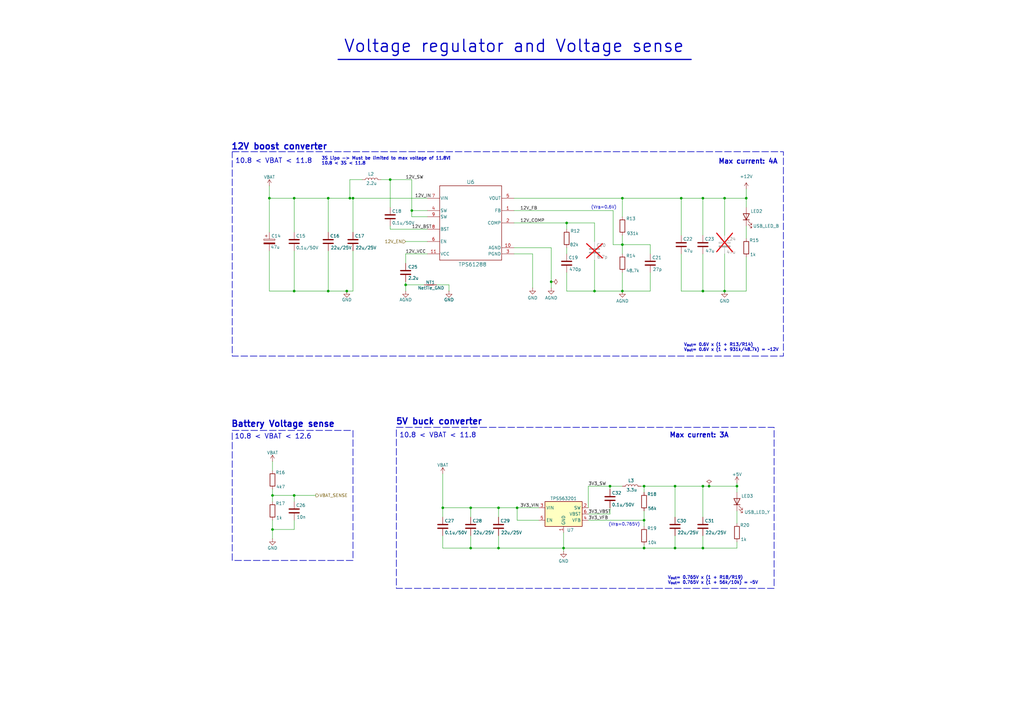
<source format=kicad_sch>
(kicad_sch (version 20250114) (generator "eeschema") (generator_version "9.0")
  (paper "A3")
  (title_block (title "Demon board") (company "Vagarth Gaurav"))
  (lib_symbols
    (symbol "Device:C" (pin_numbers (hide yes)) (pin_names (offset 0.254))
      (property "Reference" "C" (at 0.635 2.54 0))
      (property "Value" "C" (at 0.635 -2.54 0))
      (symbol "C_0_1"
        (polyline (pts (xy -2.032 0.762) (xy 2.032 0.762)) (stroke (width 0.508)))
        (polyline (pts (xy -2.032 -0.762) (xy 2.032 -0.762)) (stroke (width 0.508)))
      )
      (symbol "C_1_1"
        (pin passive line (at 0 3.81 270) (length 2.794) (name "~") (number "1"))
        (pin passive line (at 0 -3.81 90) (length 2.794) (name "~") (number "2"))
      )
    )
    (symbol "Device:C_Polarized" (pin_numbers (hide yes)) (pin_names (offset 0.254))
      (property "Reference" "C" (at 0.635 2.54 0))
      (property "Value" "C_Polarized" (at 0.635 -2.54 0))
      (symbol "C_Polarized_0_1"
        (rectangle (start -2.286 0.508) (end 2.286 1.016))
        (polyline (pts (xy -1.778 2.286) (xy -0.762 2.286)))
        (polyline (pts (xy -1.27 2.794) (xy -1.27 1.778)))
        (rectangle (start 2.286 -0.508) (end -2.286 -1.016) (fill (type outline)))
      )
      (symbol "C_Polarized_1_1"
        (pin passive line (at 0 3.81 270) (length 2.794) (name "~") (number "1"))
        (pin passive line (at 0 -3.81 90) (length 2.794) (name "~") (number "2"))
      )
    )
    (symbol "Device:LED" (pin_numbers (hide yes)) (pin_names (offset 1.016) (hide yes))
      (property "Reference" "D" (at 0 2.54 0))
      (property "Value" "LED" (at 0 -2.54 0))
      (symbol "LED_0_1"
        (polyline (pts (xy -3.048 -0.762) (xy -4.572 -2.286) (xy -3.81 -2.286) (xy -4.572 -2.286) (xy -4.572 -1.524)))
        (polyline (pts (xy -1.778 -0.762) (xy -3.302 -2.286) (xy -2.54 -2.286) (xy -3.302 -2.286) (xy -3.302 -1.524)))
        (polyline (pts (xy -1.27 0) (xy 1.27 0)))
        (polyline (pts (xy -1.27 -1.27) (xy -1.27 1.27)) (stroke (width 0.254)))
        (polyline (pts (xy 1.27 -1.27) (xy 1.27 1.27) (xy -1.27 0) (xy 1.27 -1.27)) (stroke (width 0.254)))
      )
      (symbol "LED_1_1"
        (pin passive line (at -3.81 0 0) (length 2.54) (name "K") (number "1"))
        (pin passive line (at 3.81 0 180) (length 2.54) (name "A") (number "2"))
      )
    )
    (symbol "Device:NetTie_2" (pin_numbers (hide yes)) (pin_names (offset 0) (hide yes)) (in_bom no)
      (property "Reference" "NT" (at 0 1.27 0))
      (property "Value" "NetTie_2" (at 0 -1.27 0))
      (symbol "NetTie_2_0_1"
        (polyline (pts (xy -1.27 0) (xy 1.27 0)) (stroke (width 0.254)))
      )
      (symbol "NetTie_2_1_1"
        (pin passive line (at -2.54 0 0) (length 2.54) (name "1") (number "1"))
        (pin passive line (at 2.54 0 180) (length 2.54) (name "2") (number "2"))
      )
    )
    (symbol "No silk screen devices:L" (pin_numbers (hide yes)) (pin_names (offset 1.016) (hide yes))
      (property "Reference" "L" (at -1.27 0 90))
      (property "Value" "L" (at 1.905 0 90))
      (symbol "L_0_1"
        (arc (start 0 2.54) (mid 0.6323 1.905) (end 0 1.27))
        (arc (start 0 1.27) (mid 0.6323 0.635) (end 0 0))
        (arc (start 0 0) (mid 0.6323 -0.635) (end 0 -1.27))
        (arc (start 0 -1.27) (mid 0.6323 -1.905) (end 0 -2.54))
      )
      (symbol "L_1_1"
        (pin passive line (at 0 3.81 270) (length 1.27) (name "1") (number "1"))
        (pin passive line (at 0 -3.81 90) (length 1.27) (name "2") (number "2"))
      )
    )
    (symbol "No silk screen devices:R" (pin_numbers (hide yes)) (pin_names (offset 0))
      (property "Reference" "R" (at 2.032 0 90))
      (property "Value" "R" (at 0 0 90))
      (symbol "R_0_1"
        (rectangle (start -1.016 -2.54) (end 1.016 2.54) (stroke (width 0.254)))
      )
      (symbol "R_1_1"
        (pin passive line (at 0 3.81 270) (length 1.27) (name "~") (number "1"))
        (pin passive line (at 0 -3.81 90) (length 1.27) (name "~") (number "2"))
      )
    )
    (symbol "Regulator_Switching:TPS563200"
      (property "Reference" "U" (at -7.62 6.35 0))
      (property "Value" "TPS563200" (at -2.54 6.35 0))
      (symbol "TPS563200_0_1"
        (rectangle (start -7.62 5.08) (end 7.62 -5.08) (stroke (width 0.254)) (fill (type background)))
      )
      (symbol "TPS563200_1_1"
        (pin power_in line (at -10.16 2.54 0) (length 2.54) (name "VIN") (number "3"))
        (pin input line (at -10.16 -2.54 0) (length 2.54) (name "EN") (number "5"))
        (pin power_in line (at 0 -7.62 90) (length 2.54) (name "GND") (number "1"))
        (pin output line (at 10.16 2.54 180) (length 2.54) (name "SW") (number "2"))
        (pin passive line (at 10.16 0 180) (length 2.54) (name "VBST") (number "6"))
        (pin input line (at 10.16 -2.54 180) (length 2.54) (name "VFB") (number "4"))
      )
    )
    (symbol "TPS61288:TPS61288" (pin_names (offset 0.254))
      (property "Reference" "U" (at 0 2.54 0))
      (property "Value" "TPS61288" (at 0 0 0))
      (symbol "TPS61288_0_1"
        (polyline (pts (xy 5.08 5.08) (xy 5.08 -25.4)) (stroke (width 0.2032)))
        (polyline (pts (xy 5.08 -25.4) (xy 30.48 -25.4)) (stroke (width 0.2032)))
        (polyline (pts (xy 30.48 5.08) (xy 5.08 5.08)) (stroke (width 0.2032)))
        (polyline (pts (xy 30.48 -25.4) (xy 30.48 5.08)) (stroke (width 0.2032)))
        (pin power_in line (at 0 0 0) (length 5.08) (name "VIN") (number "7"))
        (pin input line (at 0 -17.78 0) (length 5.08) (name "EN") (number "6"))
        (pin power_in line (at 35.56 -22.86 180) (length 5.08) (name "PGND") (number "3"))
      )
      (symbol "TPS61288_1_1"
        (pin passive line (at 0 -5.08 0) (length 5.08) (name "SW") (number "4"))
        (pin passive line (at 0 -7.62 0) (length 5.08) (name "SW") (number "9"))
        (pin passive line (at 0 -12.7 0) (length 5.08) (name "BST") (number "8"))
        (pin passive line (at 0 -22.86 0) (length 5.08) (name "VCC") (number "11"))
        (pin power_out line (at 35.56 0 180) (length 5.08) (name "VOUT") (number "5"))
        (pin passive line (at 35.56 -5.08 180) (length 5.08) (name "FB") (number "1"))
        (pin passive line (at 35.56 -10.16 180) (length 5.08) (name "COMP") (number "2"))
        (pin power_in line (at 35.56 -20.32 180) (length 5.08) (name "AGND") (number "10"))
      )
    )
    (symbol "power:+12V" (power) (pin_numbers (hide yes)) (pin_names (offset 0) (hide yes))
      (property "Value" "+12V" (at 0 3.556 0))
      (symbol "+12V_0_1"
        (polyline (pts (xy -0.762 1.27) (xy 0 2.54)))
        (polyline (pts (xy 0 2.54) (xy 0.762 1.27)))
        (polyline (pts (xy 0 0) (xy 0 2.54)))
      )
      (symbol "+12V_1_1"
        (pin power_in line (at 0 0 90) (length 0) (name "~") (number "1"))
      )
    )
    (symbol "power:+5V" (power) (pin_numbers (hide yes)) (pin_names (offset 0) (hide yes))
      (property "Value" "+5V" (at 0 3.556 0))
      (symbol "+5V_0_1"
        (polyline (pts (xy -0.762 1.27) (xy 0 2.54)))
        (polyline (pts (xy 0 2.54) (xy 0.762 1.27)))
        (polyline (pts (xy 0 0) (xy 0 2.54)))
      )
      (symbol "+5V_1_1"
        (pin power_in line (at 0 0 90) (length 0) (name "~") (number "1"))
      )
    )
    (symbol "power:GND" (power) (pin_numbers (hide yes)) (pin_names (offset 0) (hide yes))
      (property "Value" "GND" (at 0 -3.81 0))
      (symbol "GND_0_1"
        (polyline (pts (xy 0 0) (xy 0 -1.27) (xy 1.27 -1.27) (xy 0 -2.54) (xy -1.27 -1.27) (xy 0 -1.27)))
      )
      (symbol "GND_1_1"
        (pin power_in line (at 0 0 270) (length 0) (name "~") (number "1"))
      )
    )
    (symbol "power:PWR_FLAG" (power) (pin_numbers (hide yes)) (pin_names (offset 0) (hide yes))
      (property "Value" "PWR_FLAG" (at 0 3.81 0))
      (symbol "PWR_FLAG_0_0"
        (pin power_out line (at 0 0 90) (length 0) (name "~") (number "1"))
      )
      (symbol "PWR_FLAG_0_1"
        (polyline (pts (xy 0 0) (xy 0 1.27) (xy -1.016 1.905) (xy 0 2.54) (xy 1.016 1.905) (xy 0 1.27)))
      )
    )
    (symbol "power:VAA" (power) (pin_numbers (hide yes)) (pin_names (offset 0) (hide yes))
      (property "Value" "VAA" (at 0 3.556 0))
      (symbol "VAA_0_1"
        (polyline (pts (xy -0.762 1.27) (xy 0 2.54)))
        (polyline (pts (xy 0 2.54) (xy 0.762 1.27)))
        (polyline (pts (xy 0 0) (xy 0 2.54)))
      )
      (symbol "VAA_1_1"
        (pin power_in line (at 0 0 90) (length 0) (name "~") (number "1"))
      )
    )
  )
  (rectangle (start 162.56 175.26) (end 317.5 241.3) (stroke (width 0.254) (type dash)))
  (rectangle (start 95.25 62.23) (end 321.31 146.05) (stroke (width 0.254) (type dash)))
  (rectangle (start 95.25 176.53) (end 144.78 229.87) (stroke (width 0.254) (type dash)))
  (text "Battery Voltage sense" (at 116.078 173.99 0) (effects (font (size 2.54 2.54) (thickness 0.508) (bold yes))))
  (text "10.8 < VBAT < 11.8" (at 179.578 178.562 0) (effects (font (size 2 2) (thickness 0.254) (bold yes))))
  (text "10.8 < VBAT < 11.8" (at 112.268 66.04 0) (effects (font (size 2 2) (thickness 0.254) (bold yes))))
  (text "Max current: 3A" (at 286.766 178.562 0) (effects (font (size 2 2) (thickness 0.4) (bold yes))))
  (text "Voltage regulator and Voltage sense" (at 210.82 19.05 0) (effects (font (size 5 5) (thickness 0.508) (bold yes))))
  (text "Max current: 4A" (at 306.832 66.294 0) (effects (font (size 2 2) (thickness 0.4) (bold yes))))
  (text "3S Lipo -> Must be limited to max voltage of 11.8V!\n10.8 < 3S < 11.8" (at 131.826 66.04 0) (effects (font (size 1.27 1.27) (thickness 0.254) (bold yes)) (justify left)))
  (text "5V buck converter" (at 180.086 172.974 0) (effects (font (size 2.54 2.54) (thickness 0.508) (bold yes))))
  (text "(V_{FB}=0.6V)" (at 247.65 85.09 0) (effects (font (size 1.27 1.27))))
  (text "(V_{FB}=0.765V)" (at 256.032 215.138 0) (effects (font (size 1.27 1.27))))
  (text "V_{out}= 0.6V x (1 + R13/R14)\nV_{out}= 0.6V x (1 + 931k/48.7k) = ~12V" (at 280.416 142.494 0) (effects (font (size 1.27 1.27) (thickness 0.254) (bold yes)) (justify left)))
  (text "10.8 < VBAT < 12.6" (at 112.014 179.07 0) (effects (font (size 2 2) (thickness 0.254) (bold yes))))
  (text "V_{out}= 0.765V x (1 + R18/R19)\nV_{out}= 0.765V x (1 + 56k/10k) = ~5V" (at 273.812 237.998 0) (effects (font (size 1.27 1.27) (thickness 0.254) (bold yes)) (justify left)))
  (text "12V boost converter" (at 114.554 60.198 0) (effects (font (size 2.54 2.54) (thickness 0.508) (bold yes))))
  (junction (at 243.84 119.38))
  (junction (at 120.65 81.28))
  (junction (at 276.86 199.39))
  (junction (at 144.78 81.28))
  (junction (at 204.47 224.79))
  (junction (at 134.62 119.38))
  (junction (at 168.91 86.36))
  (junction (at 276.86 224.79))
  (junction (at 232.41 91.44))
  (junction (at 193.04 224.79))
  (junction (at 290.83 199.39))
  (junction (at 181.61 208.28))
  (junction (at 264.16 224.79))
  (junction (at 134.62 81.28))
  (junction (at 297.18 81.28))
  (junction (at 231.14 224.79))
  (junction (at 111.76 203.2))
  (junction (at 143.51 81.28))
  (junction (at 250.19 199.39))
  (junction (at 288.29 199.39))
  (junction (at 212.09 208.28))
  (junction (at 193.04 208.28))
  (junction (at 264.16 199.39))
  (junction (at 302.26 199.39))
  (junction (at 288.29 224.79))
  (junction (at 255.27 119.38))
  (junction (at 255.27 81.28))
  (junction (at 255.27 100.33))
  (junction (at 264.16 213.36))
  (junction (at 160.02 73.66))
  (junction (at 110.49 81.28))
  (junction (at 204.47 208.28))
  (junction (at 120.65 119.38))
  (junction (at 111.76 217.17))
  (junction (at 226.06 115.57))
  (junction (at 166.37 116.84))
  (junction (at 288.29 81.28))
  (junction (at 306.07 81.28))
  (junction (at 297.18 119.38))
  (junction (at 279.4 81.28))
  (junction (at 142.24 119.38))
  (junction (at 120.65 203.2))
  (junction (at 288.29 119.38))
  (wire (pts (xy 290.83 199.39) (xy 288.29 199.39)))
  (wire (pts (xy 144.78 119.38) (xy 142.24 119.38)))
  (wire (pts (xy 111.76 213.36) (xy 111.76 217.17)))
  (wire (pts (xy 264.16 223.52) (xy 264.16 224.79)))
  (wire (pts (xy 297.18 104.14) (xy 297.18 119.38)))
  (wire (pts (xy 143.51 73.66) (xy 143.51 81.28)))
  (wire (pts (xy 232.41 101.6) (xy 232.41 104.14)))
  (wire (pts (xy 266.7 119.38) (xy 255.27 119.38)))
  (wire (pts (xy 302.26 199.39) (xy 290.83 199.39)))
  (wire (pts (xy 184.15 119.38) (xy 184.15 116.84)))
  (wire (pts (xy 302.26 222.25) (xy 302.26 224.79)))
  (wire (pts (xy 251.46 100.33) (xy 255.27 100.33)))
  (wire (pts (xy 243.84 106.68) (xy 243.84 119.38)))
  (wire (pts (xy 232.41 91.44) (xy 232.41 93.98)))
  (wire (pts (xy 166.37 115.57) (xy 166.37 116.84)))
  (wire (pts (xy 111.76 189.23) (xy 111.76 193.04)))
  (wire (pts (xy 166.37 104.14) (xy 166.37 107.95)))
  (wire (pts (xy 204.47 224.79) (xy 231.14 224.79)))
  (wire (pts (xy 160.02 93.98) (xy 175.26 93.98)))
  (wire (pts (xy 241.3 213.36) (xy 264.16 213.36)))
  (wire (pts (xy 302.26 209.55) (xy 302.26 214.63)))
  (wire (pts (xy 264.16 224.79) (xy 231.14 224.79)))
  (wire (pts (xy 181.61 224.79) (xy 193.04 224.79)))
  (wire (pts (xy 120.65 102.87) (xy 120.65 119.38)))
  (polyline (pts (xy 138.684 24.384) (xy 283.464 24.384)) (stroke (width 0.508) (type solid)))
  (wire (pts (xy 175.26 104.14) (xy 166.37 104.14)))
  (wire (pts (xy 168.91 86.36) (xy 175.26 86.36)))
  (wire (pts (xy 232.41 111.76) (xy 232.41 119.38)))
  (wire (pts (xy 144.78 81.28) (xy 175.26 81.28)))
  (wire (pts (xy 255.27 81.28) (xy 279.4 81.28)))
  (wire (pts (xy 255.27 96.52) (xy 255.27 100.33)))
  (wire (pts (xy 120.65 81.28) (xy 134.62 81.28)))
  (wire (pts (xy 264.16 199.39) (xy 264.16 201.93)))
  (wire (pts (xy 288.29 219.71) (xy 288.29 224.79)))
  (wire (pts (xy 120.65 81.28) (xy 120.65 95.25)))
  (wire (pts (xy 110.49 119.38) (xy 120.65 119.38)))
  (wire (pts (xy 279.4 81.28) (xy 279.4 96.52)))
  (wire (pts (xy 160.02 73.66) (xy 168.91 73.66)))
  (wire (pts (xy 288.29 199.39) (xy 288.29 212.09)))
  (wire (pts (xy 288.29 96.52) (xy 288.29 81.28)))
  (wire (pts (xy 231.14 224.79) (xy 231.14 226.06)))
  (wire (pts (xy 243.84 119.38) (xy 255.27 119.38)))
  (wire (pts (xy 181.61 208.28) (xy 193.04 208.28)))
  (wire (pts (xy 306.07 81.28) (xy 306.07 85.09)))
  (wire (pts (xy 134.62 81.28) (xy 143.51 81.28)))
  (wire (pts (xy 210.82 104.14) (xy 218.44 104.14)))
  (wire (pts (xy 120.65 205.74) (xy 120.65 203.2)))
  (wire (pts (xy 210.82 81.28) (xy 255.27 81.28)))
  (wire (pts (xy 226.06 115.57) (xy 226.06 118.11)))
  (wire (pts (xy 204.47 219.71) (xy 204.47 224.79)))
  (wire (pts (xy 193.04 208.28) (xy 204.47 208.28)))
  (wire (pts (xy 193.04 208.28) (xy 193.04 212.09)))
  (wire (pts (xy 306.07 105.41) (xy 306.07 119.38)))
  (wire (pts (xy 204.47 208.28) (xy 204.47 212.09)))
  (wire (pts (xy 134.62 95.25) (xy 134.62 81.28)))
  (wire (pts (xy 212.09 213.36) (xy 220.98 213.36)))
  (wire (pts (xy 232.41 119.38) (xy 243.84 119.38)))
  (wire (pts (xy 264.16 199.39) (xy 276.86 199.39)))
  (wire (pts (xy 110.49 76.2) (xy 110.49 81.28)))
  (wire (pts (xy 181.61 194.31) (xy 181.61 208.28)))
  (wire (pts (xy 276.86 219.71) (xy 276.86 224.79)))
  (wire (pts (xy 134.62 119.38) (xy 142.24 119.38)))
  (wire (pts (xy 160.02 73.66) (xy 160.02 85.09)))
  (wire (pts (xy 120.65 213.36) (xy 120.65 217.17)))
  (wire (pts (xy 110.49 81.28) (xy 120.65 81.28)))
  (wire (pts (xy 166.37 99.06) (xy 175.26 99.06)))
  (wire (pts (xy 251.46 86.36) (xy 251.46 100.33)))
  (wire (pts (xy 279.4 104.14) (xy 279.4 119.38)))
  (wire (pts (xy 250.19 199.39) (xy 250.19 200.66)))
  (wire (pts (xy 276.86 224.79) (xy 288.29 224.79)))
  (wire (pts (xy 276.86 224.79) (xy 264.16 224.79)))
  (wire (pts (xy 181.61 219.71) (xy 181.61 224.79)))
  (wire (pts (xy 302.26 198.12) (xy 302.26 199.39)))
  (wire (pts (xy 179.07 116.84) (xy 184.15 116.84)))
  (wire (pts (xy 148.59 73.66) (xy 143.51 73.66)))
  (wire (pts (xy 241.3 210.82) (xy 250.19 210.82)))
  (wire (pts (xy 255.27 81.28) (xy 255.27 88.9)))
  (wire (pts (xy 250.19 199.39) (xy 255.27 199.39)))
  (wire (pts (xy 279.4 119.38) (xy 288.29 119.38)))
  (wire (pts (xy 255.27 100.33) (xy 255.27 104.14)))
  (wire (pts (xy 243.84 99.06) (xy 243.84 91.44)))
  (wire (pts (xy 266.7 111.76) (xy 266.7 119.38)))
  (wire (pts (xy 204.47 208.28) (xy 212.09 208.28)))
  (wire (pts (xy 255.27 111.76) (xy 255.27 119.38)))
  (wire (pts (xy 297.18 81.28) (xy 306.07 81.28)))
  (wire (pts (xy 144.78 81.28) (xy 144.78 95.25)))
  (wire (pts (xy 266.7 100.33) (xy 255.27 100.33)))
  (wire (pts (xy 231.14 218.44) (xy 231.14 224.79)))
  (wire (pts (xy 241.3 208.28) (xy 241.3 199.39)))
  (wire (pts (xy 120.65 203.2) (xy 129.54 203.2)))
  (wire (pts (xy 262.89 199.39) (xy 264.16 199.39)))
  (wire (pts (xy 111.76 217.17) (xy 111.76 220.98)))
  (wire (pts (xy 193.04 224.79) (xy 204.47 224.79)))
  (wire (pts (xy 279.4 81.28) (xy 288.29 81.28)))
  (wire (pts (xy 264.16 209.55) (xy 264.16 213.36)))
  (wire (pts (xy 306.07 92.71) (xy 306.07 97.79)))
  (wire (pts (xy 226.06 101.6) (xy 226.06 115.57)))
  (wire (pts (xy 218.44 104.14) (xy 218.44 118.11)))
  (wire (pts (xy 266.7 104.14) (xy 266.7 100.33)))
  (wire (pts (xy 111.76 200.66) (xy 111.76 203.2)))
  (wire (pts (xy 120.65 217.17) (xy 111.76 217.17)))
  (wire (pts (xy 288.29 224.79) (xy 302.26 224.79)))
  (wire (pts (xy 144.78 102.87) (xy 144.78 119.38)))
  (wire (pts (xy 241.3 199.39) (xy 250.19 199.39)))
  (wire (pts (xy 210.82 101.6) (xy 226.06 101.6)))
  (wire (pts (xy 297.18 119.38) (xy 306.07 119.38)))
  (wire (pts (xy 212.09 208.28) (xy 220.98 208.28)))
  (wire (pts (xy 168.91 86.36) (xy 168.91 88.9)))
  (wire (pts (xy 120.65 203.2) (xy 111.76 203.2)))
  (wire (pts (xy 243.84 91.44) (xy 232.41 91.44)))
  (wire (pts (xy 134.62 102.87) (xy 134.62 119.38)))
  (wire (pts (xy 212.09 208.28) (xy 212.09 213.36)))
  (wire (pts (xy 160.02 73.66) (xy 156.21 73.66)))
  (wire (pts (xy 302.26 199.39) (xy 302.26 201.93)))
  (wire (pts (xy 210.82 86.36) (xy 251.46 86.36)))
  (wire (pts (xy 111.76 203.2) (xy 111.76 205.74)))
  (wire (pts (xy 193.04 219.71) (xy 193.04 224.79)))
  (wire (pts (xy 288.29 81.28) (xy 297.18 81.28)))
  (wire (pts (xy 168.91 73.66) (xy 168.91 86.36)))
  (wire (pts (xy 120.65 119.38) (xy 134.62 119.38)))
  (wire (pts (xy 166.37 116.84) (xy 173.99 116.84)))
  (wire (pts (xy 143.51 81.28) (xy 144.78 81.28)))
  (wire (pts (xy 110.49 95.25) (xy 110.49 81.28)))
  (wire (pts (xy 276.86 199.39) (xy 288.29 199.39)))
  (wire (pts (xy 250.19 210.82) (xy 250.19 208.28)))
  (wire (pts (xy 210.82 91.44) (xy 232.41 91.44)))
  (wire (pts (xy 297.18 81.28) (xy 297.18 96.52)))
  (wire (pts (xy 181.61 212.09) (xy 181.61 208.28)))
  (wire (pts (xy 160.02 92.71) (xy 160.02 93.98)))
  (wire (pts (xy 264.16 213.36) (xy 264.16 215.9)))
  (wire (pts (xy 288.29 119.38) (xy 297.18 119.38)))
  (wire (pts (xy 288.29 104.14) (xy 288.29 119.38)))
  (wire (pts (xy 110.49 102.87) (xy 110.49 119.38)))
  (wire (pts (xy 175.26 88.9) (xy 168.91 88.9)))
  (wire (pts (xy 306.07 77.47) (xy 306.07 81.28)))
  (wire (pts (xy 276.86 199.39) (xy 276.86 212.09)))
  (wire (pts (xy 166.37 116.84) (xy 166.37 119.38)))
  (label "3V3_SW" (at 241.3 199.39 0) (effects (font (thickness 0.1588))))
  (label "12V_BST" (at 168.91 93.98 0))
  (label "12V_VCC" (at 166.37 104.14 0))
  (label "12V_IN" (at 170.18 81.28 0))
  (label "12V_SW" (at 166.37 73.66 0))
  (label "3V3_VFB" (at 241.3 213.36 0) (effects (font (thickness 0.1588))))
  (label "3V3_VBST" (at 241.3 210.82 0) (effects (font (thickness 0.1588))))
  (label "12V_COMP" (at 213.36 91.44 0))
  (label "12V_FB" (at 213.36 86.36 0))
  (label "3V3_VIN" (at 213.36 208.28 0) (effects (font (thickness 0.1588))))
  (hierarchical_label "VBAT_SENSE" (shape output) (at 129.54 203.2 0))
  (hierarchical_label "12V_EN" (shape input) (at 166.37 99.06 180))
  (symbol (lib_id "Regulator_Switching:TPS563200") (at 231.14 210.82 0) (unit 1)
    (property "Reference" "U7" (at 233.934 217.424 0))
    (property "Value" "TPS563201" (at 231.14 204.47 0))
    (property "Footprint" "Package_TO_SOT_SMD:SOT-23-6" (effects (hide yes)))
    (property "Datasheet" "http://www.ti.com/lit/ds/symlink/tps563200.pdf" (effects (hide yes)))
    (property "Description" "3A Synchronous Step-Down Voltage Regulator, Adjustable Output Voltage, 4.5-17V Input Voltage, SOT-23-6" (effects (hide yes)))
  )
  (symbol (lib_id "Device:C") (at 232.41 107.95 0) (unit 1)
    (property "Reference" "C19" (at 233.172 105.664 0) (effects (justify left)))
    (property "Value" "470p" (at 233.426 110.49 0) (effects (justify left)))
    (property "Footprint" "No Silkscreen:C_0402_1005Metric" (effects (hide yes)))
    (property "Description" "Unpolarized capacitor" (effects (hide yes)))
  )
  (symbol (lib_id "Device:C") (at 266.7 107.95 0) (unit 1)
    (property "Reference" "C21" (at 267.462 105.664 0) (effects (justify left)))
    (property "Value" "27p" (at 267.716 110.49 0) (effects (justify left)))
    (property "Footprint" "No Silkscreen:C_0402_1005Metric" (effects (hide yes)))
    (property "Description" "Unpolarized capacitor" (effects (hide yes)))
  )
  (symbol (lib_id "Device:C") (at 144.78 99.06 0) (unit 1)
    (property "Reference" "C17" (at 145.542 96.774 0) (effects (justify left)))
    (property "Value" "22u/25V" (at 145.796 101.6 0) (effects (justify left)))
    (property "Footprint" "No Silkscreen:C_0805_2012Metric" (effects (hide yes)))
    (property "Datasheet" "https://product.samsungsem.com/mlcc/CL21A226MAYNNN.do" (effects (hide yes)))
    (property "Description" "CL21A226MAYNNNE" (effects (hide yes)))
  )
  (symbol (lib_id "Device:C") (at 276.86 215.9 0) (unit 1)
    (property "Reference" "C30" (at 277.622 213.614 0) (effects (justify left)))
    (property "Value" "22u/25V" (at 277.876 218.44 0) (effects (justify left)))
    (property "Footprint" "No Silkscreen:C_0805_2012Metric" (effects (hide yes)))
    (property "Description" "Unpolarized capacitor" (effects (hide yes)))
  )
  (symbol (lib_id "power:GND") (at 142.24 119.38 0) (unit 1)
    (property "Reference" "#PWR042" (effects (hide yes)))
    (property "Value" "GND" (at 142.24 122.936 0))
    (property "Description" "Power symbol creates a global label with name \"GND\" , ground" (effects (hide yes)))
  )
  (symbol (lib_id "Device:C") (at 166.37 111.76 0) (unit 1)
    (property "Reference" "C25" (at 167.386 109.474 0) (effects (justify left)))
    (property "Value" "2.2u" (at 167.386 114.046 0) (effects (justify left)))
    (property "Footprint" "No Silkscreen:C_0603_1608Metric" (effects (hide yes)))
    (property "Description" "Unpolarized capacitor" (effects (hide yes)))
  )
  (symbol (lib_id "No silk screen devices:R") (at 302.26 218.44 0) (unit 1)
    (property "Reference" "R20" (at 303.53 215.392 0) (effects (justify left)))
    (property "Value" "1k" (at 303.784 221.234 0) (effects (justify left)))
    (property "Footprint" "No Silkscreen:R_0402_1005Metric" (effects (hide yes)))
    (property "Description" "Resistor" (effects (hide yes)))
  )
  (symbol (lib_id "power:GND") (at 111.76 220.98 0) (unit 1)
    (property "Reference" "#PWR048" (effects (hide yes)))
    (property "Value" "GND" (at 111.76 224.79 0))
    (property "Description" "Power symbol creates a global label with name \"GND\" , ground" (effects (hide yes)))
  )
  (symbol (lib_id "power:+5V") (at 302.26 198.12 0) (unit 1)
    (property "Reference" "#PWR05" (effects (hide yes)))
    (property "Value" "+5V" (at 302.26 194.564 0))
    (property "Description" "Power symbol creates a global label with name \"+5V\"" (effects (hide yes)))
  )
  (symbol (lib_id "Device:C") (at 193.04 215.9 0) (unit 1)
    (property "Reference" "C28" (at 193.802 213.614 0) (effects (justify left)))
    (property "Value" "22u/25V" (at 194.056 218.44 0) (effects (justify left)))
    (property "Footprint" "No Silkscreen:C_0805_2012Metric" (effects (hide yes)))
    (property "Datasheet" "https://product.samsungsem.com/mlcc/CL21A226MAYNNN.do" (effects (hide yes)))
    (property "Description" "CL21A226MAYNNNE" (effects (hide yes)))
  )
  (symbol (lib_id "No silk screen devices:R") (at 264.16 205.74 180) (unit 1)
    (property "Reference" "R18" (at 265.43 202.692 0) (effects (justify right)))
    (property "Value" "56k" (at 265.684 208.534 0) (effects (justify right)))
    (property "Footprint" "No Silkscreen:R_0402_1005Metric" (effects (hide yes)))
    (property "Description" "Resistor" (effects (hide yes)))
  )
  (symbol (lib_id "Device:C") (at 204.47 215.9 0) (unit 1)
    (property "Reference" "C29" (at 205.232 213.614 0) (effects (justify left)))
    (property "Value" "22u/25V" (at 205.486 218.44 0) (effects (justify left)))
    (property "Footprint" "No Silkscreen:C_0805_2012Metric" (effects (hide yes)))
    (property "Datasheet" "https://product.samsungsem.com/mlcc/CL21A226MAYNNN.do" (effects (hide yes)))
    (property "Description" "CL21A226MAYNNNE" (effects (hide yes)))
  )
  (symbol (lib_id "power:GND") (at 231.14 226.06 0) (unit 1)
    (property "Reference" "#PWR08" (effects (hide yes)))
    (property "Value" "GND" (at 231.14 230.124 0))
    (property "Description" "Power symbol creates a global label with name \"GND\" , ground" (effects (hide yes)))
  )
  (symbol (lib_id "Device:LED") (at 302.26 205.74 90) (unit 1)
    (property "Reference" "LED3" (at 304.038 203.454 90) (effects (justify right)))
    (property "Value" "USB_LED_Y" (at 305.308 210.058 90) (effects (justify right)))
    (property "Footprint" "LED_SMD:LED_0402_1005Metric" (effects (hide yes)))
    (property "Description" "Light emitting diode" (effects (hide yes)))
    (property "Sim.Pins" "1=K 2=A" (effects (hide yes)))
  )
  (symbol (lib_id "power:VAA") (at 181.61 194.31 0) (unit 1)
    (property "Reference" "#PWR09" (effects (hide yes)))
    (property "Value" "VBAT" (at 181.61 190.754 0))
    (property "Description" "Power symbol creates a global label with name \"VAA\"" (effects (hide yes)))
  )
  (symbol (lib_id "No silk screen devices:R") (at 232.41 97.79 180) (unit 1)
    (property "Reference" "R12" (at 233.934 94.742 0) (effects (justify right)))
    (property "Value" "82k" (at 233.68 100.33 0) (effects (justify right)))
    (property "Footprint" "No Silkscreen:R_0402_1005Metric" (effects (hide yes)))
    (property "Description" "Resistor" (effects (hide yes)))
  )
  (symbol (lib_id "Device:C") (at 120.65 209.55 0) (unit 1)
    (property "Reference" "C26" (at 121.412 207.264 0) (effects (justify left)))
    (property "Value" "10n" (at 121.666 212.09 0) (effects (justify left)))
    (property "Footprint" "No Silkscreen:C_0402_1005Metric" (effects (hide yes)))
    (property "Description" "Unpolarized capacitor" (effects (hide yes)))
  )
  (symbol (lib_id "No silk screen devices:L") (at 152.4 73.66 90) (unit 1)
    (property "Reference" "L2" (at 152.146 71.374 90))
    (property "Value" "2.2u" (at 152.4 75.184 90))
    (property "Footprint" "SPM6530T-2R2M:SPM6530" (effects (hide yes)))
    (property "Description" "Inductor" (effects (hide yes)))
  )
  (symbol (lib_id "power:PWR_FLAG") (at 290.83 199.39 0) (unit 1)
    (property "Reference" "#FLG01" (effects (hide yes)))
    (property "Value" "PWR_FLAG" (effects (hide yes)))
    (property "Description" "Special symbol for telling ERC where power comes from" (effects (hide yes)))
  )
  (symbol (lib_id "Device:C") (at 279.4 100.33 0) (unit 1)
    (property "Reference" "C22" (at 280.162 98.044 0) (effects (justify left)))
    (property "Value" "47u" (at 280.416 102.87 0) (effects (justify left)))
    (property "Footprint" "No Silkscreen:C_1210_3225Metric" (effects (hide yes)))
    (property "Description" "Unpolarized capacitor" (effects (hide yes)))
  )
  (symbol (lib_id "power:GND") (at 184.15 119.38 0) (unit 1)
    (property "Reference" "#PWR044" (effects (hide yes)))
    (property "Value" "GND" (at 184.15 122.936 0))
    (property "Description" "Power symbol creates a global label with name \"GND\" , ground" (effects (hide yes)))
  )
  (symbol (lib_id "power:GND") (at 226.06 118.11 0) (unit 1)
    (property "Reference" "#PWR041" (effects (hide yes)))
    (property "Value" "AGND" (at 226.06 122.174 0))
    (property "Description" "Power symbol creates a global label with name \"GND\" , ground" (effects (hide yes)))
  )
  (symbol (lib_id "power:GND") (at 255.27 119.38 0) (unit 1)
    (property "Reference" "#PWR045" (effects (hide yes)))
    (property "Value" "AGND" (at 255.27 123.444 0))
    (property "Description" "Power symbol creates a global label with name \"GND\" , ground" (effects (hide yes)))
  )
  (symbol (lib_id "Device:LED") (at 306.07 88.9 90) (unit 1)
    (property "Reference" "LED2" (at 307.848 86.614 90) (effects (justify right)))
    (property "Value" "USB_LED_B" (at 308.864 92.71 90) (effects (justify right)))
    (property "Footprint" "LED_SMD:LED_0402_1005Metric" (effects (hide yes)))
    (property "Description" "Light emitting diode" (effects (hide yes)))
    (property "Sim.Pins" "1=K 2=A" (effects (hide yes)))
  )
  (symbol (lib_id "No silk screen devices:R") (at 255.27 92.71 180) (unit 1)
    (property "Reference" "R13" (at 256.794 89.662 0) (effects (justify right)))
    (property "Value" "931k" (at 257.048 95.758 0) (effects (justify right)))
    (property "Footprint" "No Silkscreen:R_0402_1005Metric" (effects (hide yes)))
    (property "Description" "Resistor" (effects (hide yes)))
  )
  (symbol (lib_id "Device:C") (at 288.29 215.9 0) (unit 1)
    (property "Reference" "C31" (at 289.052 213.614 0) (effects (justify left)))
    (property "Value" "22u/25V" (at 289.306 218.44 0) (effects (justify left)))
    (property "Footprint" "No Silkscreen:C_0805_2012Metric" (effects (hide yes)))
    (property "Description" "Unpolarized capacitor" (effects (hide yes)))
  )
  (symbol (lib_id "No silk screen devices:R") (at 255.27 107.95 0) (unit 1)
    (property "Reference" "R14" (at 256.794 104.902 0) (effects (justify left)))
    (property "Value" "48.7k" (at 256.794 110.998 0) (effects (justify left)))
    (property "Footprint" "No Silkscreen:R_0402_1005Metric" (effects (hide yes)))
    (property "Description" "Resistor" (effects (hide yes)))
  )
  (symbol (lib_id "Device:NetTie_2") (at 176.53 116.84 0) (unit 1) (in_bom no)
    (property "Reference" "NT1" (at 176.53 115.824 0))
    (property "Value" "NetTie_GND" (at 176.784 118.11 0))
    (property "Footprint" "NetTie:NetTie-2_SMD_Pad0.5mm" (effects (hide yes)))
    (property "Description" "Net tie, 2 pins" (effects (hide yes)))
  )
  (symbol (lib_id "Device:C_Polarized") (at 110.49 99.06 0) (unit 1)
    (property "Reference" "C14" (at 111.252 96.774 0) (effects (justify left)))
    (property "Value" "47u" (at 110.998 101.346 0) (effects (justify left)))
    (property "Footprint" "Capacitor_SMD:CP_Elec_6.3x7.7" (effects (hide yes)))
    (property "Description" "Polarized capacitor" (effects (hide yes)))
  )
  (symbol (lib_id "Device:C") (at 181.61 215.9 0) (unit 1)
    (property "Reference" "C27" (at 182.372 213.614 0) (effects (justify left)))
    (property "Value" "0.1u/50V" (at 182.372 218.44 0) (effects (justify left)))
    (property "Footprint" "No Silkscreen:C_0603_1608Metric" (effects (hide yes)))
    (property "Description" "Unpolarized capacitor" (effects (hide yes)))
  )
  (symbol (lib_id "No silk screen devices:R") (at 306.07 101.6 0) (unit 1)
    (property "Reference" "R15" (at 307.34 98.552 0) (effects (justify left)))
    (property "Value" "1k" (at 307.594 104.394 0) (effects (justify left)))
    (property "Footprint" "No Silkscreen:R_0402_1005Metric" (effects (hide yes)))
    (property "Description" "Resistor" (effects (hide yes)))
  )
  (symbol (lib_id "No silk screen devices:R") (at 111.76 209.55 0) (unit 1)
    (property "Reference" "R17" (at 113.03 206.502 0) (effects (justify left)))
    (property "Value" "1k" (at 113.284 212.344 0) (effects (justify left)))
    (property "Footprint" "No Silkscreen:R_0402_1005Metric" (effects (hide yes)))
    (property "Description" "Resistor" (effects (hide yes)))
  )
  (symbol (lib_id "No silk screen devices:L") (at 259.08 199.39 90) (unit 1)
    (property "Reference" "L3" (at 258.826 197.104 90))
    (property "Value" "3.3u" (at 259.08 200.914 90))
    (property "Footprint" "Inductor_SMD:L_APV_APH0530" (effects (hide yes)))
    (property "Description" "Inductor" (effects (hide yes)))
  )
  (symbol (lib_id "Device:C_Polarized") (at 297.18 100.33 0) (unit 1) (dnp yes)
    (property "Reference" "C24" (at 297.942 98.044 0) (effects (justify left)))
    (property "Value" "47u" (at 297.942 103.378 0) (effects (justify left)))
    (property "Footprint" "Capacitor_SMD:CP_Elec_6.3x7.7" (effects (hide yes)))
    (property "Description" "Polarized capacitor" (effects (hide yes)))
  )
  (symbol (lib_id "Device:C") (at 160.02 88.9 0) (unit 1)
    (property "Reference" "C18" (at 160.782 86.614 0) (effects (justify left)))
    (property "Value" "0.1u/50V" (at 160.782 91.44 0) (effects (justify left)))
    (property "Footprint" "No Silkscreen:C_0603_1608Metric" (effects (hide yes)))
    (property "Description" "Unpolarized capacitor" (effects (hide yes)))
  )
  (symbol (lib_id "No silk screen devices:R") (at 111.76 196.85 0) (unit 1)
    (property "Reference" "R16" (at 113.03 193.802 0) (effects (justify left)))
    (property "Value" "4k7" (at 113.284 199.644 0) (effects (justify left)))
    (property "Footprint" "No Silkscreen:R_0402_1005Metric" (effects (hide yes)))
    (property "Description" "Resistor" (effects (hide yes)))
  )
  (symbol (lib_id "power:VAA") (at 111.76 189.23 0) (unit 1)
    (property "Reference" "#PWR047" (effects (hide yes)))
    (property "Value" "VBAT" (at 111.76 185.674 0))
    (property "Description" "Power symbol creates a global label with name \"VAA\"" (effects (hide yes)))
  )
  (symbol (lib_id "TPS61288:TPS61288") (at 175.26 81.28 0) (unit 1)
    (property "Reference" "U6" (at 193.04 74.676 0) (effects (font (size 1.524 1.524))))
    (property "Value" "TPS61288" (at 193.802 108.458 0) (effects (font (size 1.524 1.524))))
    (property "Footprint" "TPS61288:TPS61288" (effects (hide yes)))
    (property "Datasheet" "https://www.ti.com/lit/gpn/tps61288" (effects (hide yes)))
  )
  (symbol (lib_id "No silk screen devices:R") (at 264.16 219.71 180) (unit 1)
    (property "Reference" "R19" (at 265.43 216.662 0) (effects (justify right)))
    (property "Value" "10k" (at 265.684 222.504 0) (effects (justify right)))
    (property "Footprint" "No Silkscreen:R_0402_1005Metric" (effects (hide yes)))
    (property "Description" "Resistor" (effects (hide yes)))
  )
  (symbol (lib_id "power:PWR_FLAG") (at 226.06 115.57 270) (unit 1)
    (property "Reference" "#FLG02" (effects (hide yes)))
    (property "Value" "PWR_FLAG" (effects (hide yes)))
    (property "Description" "Special symbol for telling ERC where power comes from" (effects (hide yes)))
  )
  (symbol (lib_id "power:GND") (at 297.18 119.38 0) (unit 1)
    (property "Reference" "#PWR046" (effects (hide yes)))
    (property "Value" "GND" (at 297.18 123.444 0))
    (property "Description" "Power symbol creates a global label with name \"GND\" , ground" (effects (hide yes)))
  )
  (symbol (lib_id "Device:C") (at 250.19 204.47 0) (unit 1)
    (property "Reference" "C32" (at 250.952 202.184 0) (effects (justify left)))
    (property "Value" "0.1u/50V" (at 250.952 207.01 0) (effects (justify left)))
    (property "Footprint" "No Silkscreen:C_0603_1608Metric" (effects (hide yes)))
    (property "Description" "Unpolarized capacitor" (effects (hide yes)))
  )
  (symbol (lib_id "Device:C") (at 134.62 99.06 0) (unit 1)
    (property "Reference" "C16" (at 135.382 96.774 0) (effects (justify left)))
    (property "Value" "22u/25V" (at 135.636 101.6 0) (effects (justify left)))
    (property "Footprint" "No Silkscreen:C_0805_2012Metric" (effects (hide yes)))
    (property "Datasheet" "https://product.samsungsem.com/mlcc/CL21A226MAYNNN.do" (effects (hide yes)))
    (property "Description" "CL21A226MAYNNNE" (effects (hide yes)))
  )
  (symbol (lib_id "power:+12V") (at 306.07 77.47 0) (unit 1)
    (property "Reference" "#PWR039" (effects (hide yes)))
    (property "Value" "+12V" (at 306.07 72.39 0))
    (property "Description" "Power symbol creates a global label with name \"+12V\"" (effects (hide yes)))
  )
  (symbol (lib_id "power:VAA") (at 110.49 76.2 0) (unit 1)
    (property "Reference" "#PWR038" (effects (hide yes)))
    (property "Value" "VBAT" (at 110.49 72.644 0))
    (property "Description" "Power symbol creates a global label with name \"VAA\"" (effects (hide yes)))
  )
  (symbol (lib_id "power:GND") (at 218.44 118.11 0) (unit 1)
    (property "Reference" "#PWR040" (effects (hide yes)))
    (property "Value" "GND" (at 218.44 122.174 0))
    (property "Description" "Power symbol creates a global label with name \"GND\" , ground" (effects (hide yes)))
  )
  (symbol (lib_id "Device:C") (at 120.65 99.06 0) (unit 1)
    (property "Reference" "C15" (at 121.412 96.774 0) (effects (justify left)))
    (property "Value" "0.1u/50V" (at 121.412 101.6 0) (effects (justify left)))
    (property "Footprint" "No Silkscreen:C_0603_1608Metric" (effects (hide yes)))
    (property "Description" "Unpolarized capacitor" (effects (hide yes)))
  )
  (symbol (lib_id "power:GND") (at 166.37 119.38 0) (unit 1)
    (property "Reference" "#PWR043" (effects (hide yes)))
    (property "Value" "AGND" (at 166.37 122.936 0))
    (property "Description" "Power symbol creates a global label with name \"GND\" , ground" (effects (hide yes)))
  )
  (symbol (lib_id "Device:C") (at 288.29 100.33 0) (unit 1)
    (property "Reference" "C23" (at 289.052 98.044 0) (effects (justify left)))
    (property "Value" "47u" (at 289.306 102.87 0) (effects (justify left)))
    (property "Footprint" "No Silkscreen:C_1210_3225Metric" (effects (hide yes)))
    (property "Description" "Unpolarized capacitor" (effects (hide yes)))
  )
  (symbol (lib_id "Device:C") (at 243.84 102.87 0) (unit 1) (dnp yes)
    (property "Reference" "C20" (at 244.602 100.584 0) (effects (justify left)))
    (property "Value" "8.7p" (at 244.856 105.41 0) (effects (justify left)))
    (property "Footprint" "No Silkscreen:C_0402_1005Metric" (effects (hide yes)))
    (property "Description" "Unpolarized capacitor" (effects (hide yes)))
  )
)
</source>
